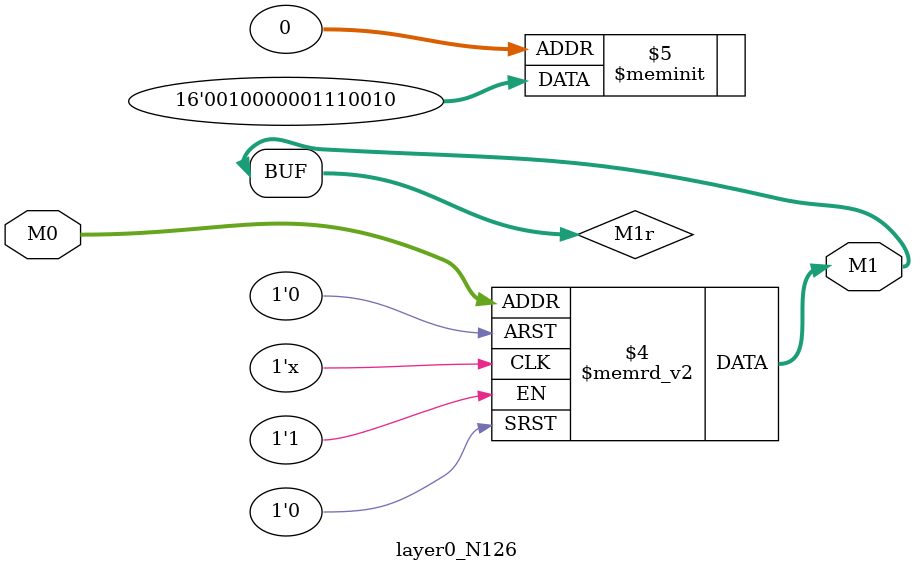
<source format=v>
module layer0_N126 ( input [2:0] M0, output [1:0] M1 );

	(*rom_style = "distributed" *) reg [1:0] M1r;
	assign M1 = M1r;
	always @ (M0) begin
		case (M0)
			3'b000: M1r = 2'b10;
			3'b100: M1r = 2'b00;
			3'b010: M1r = 2'b11;
			3'b110: M1r = 2'b10;
			3'b001: M1r = 2'b00;
			3'b101: M1r = 2'b00;
			3'b011: M1r = 2'b01;
			3'b111: M1r = 2'b00;

		endcase
	end
endmodule

</source>
